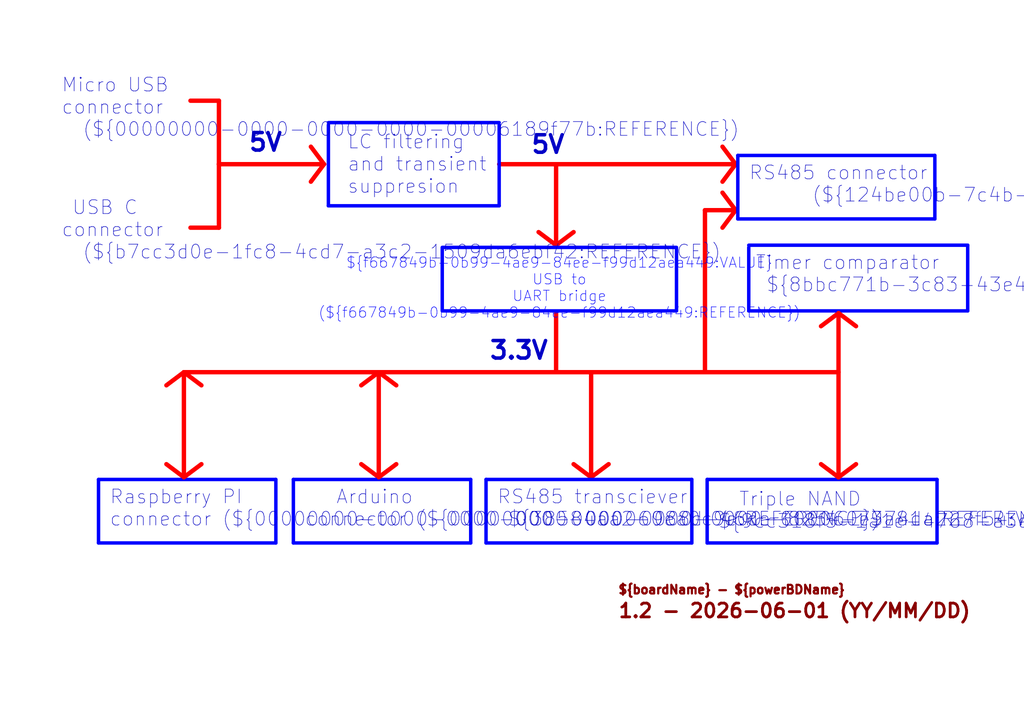
<source format=kicad_sch>
(kicad_sch
	(version 20250114)
	(generator "eeschema")
	(generator_version "9.0")
	(uuid "55f62029-af66-4168-97aa-c791fab7ce0f")
	(paper "A4")
	(title_block
		(title "${boardName} - ${powerBDName}")
		(date "2025-08-16")
		(rev "1.2")
	)
	(lib_symbols)
	(text "5V"
		(exclude_from_sim no)
		(at 71.755 44.45 0)
		(effects
			(font
				(size 5.08 5.08)
				(thickness 1.016)
				(bold yes)
			)
			(justify left bottom)
		)
		(uuid "01bd0fb0-85c4-408a-b875-bf7b3d64975b")
	)
	(text "   Arduino\nconnector (${00000000-0000-0000-0000-000060e9a81a:REFERENCE})"
		(exclude_from_sim no)
		(at 88.265 153.035 0)
		(effects
			(font
				(size 4 4)
			)
			(justify left bottom)
		)
		(uuid "1c632476-dcdc-4881-90b6-ff850f5052c3")
	)
	(text "RS485 connector\n      (${124be00b-7c4b-44a1-ac37-f5e21129a574:REFERENCE})"
		(exclude_from_sim no)
		(at 217.17 59.055 0)
		(effects
			(font
				(size 4 4)
			)
			(justify left bottom)
		)
		(uuid "205cd213-894f-4127-9171-f75a5e5a1436")
	)
	(text "   Triple NAND\n ${9cc318f5-1a1e-4768-a3e4-faa81f67e5b1:VALUE} (${9cc318f5-1a1e-4768-a3e4-faa81f67e5b1:REFERENCE})"
		(exclude_from_sim no)
		(at 205.105 153.67 0)
		(effects
			(font
				(size 4 4)
			)
			(justify left bottom)
		)
		(uuid "39381a60-099d-46ea-9bdc-9fd7b756831a")
	)
	(text "Raspberry PI\nconnector (${00000000-0000-0000-0000-000060ea0c9e:REFERENCE})"
		(exclude_from_sim no)
		(at 31.75 153.035 0)
		(effects
			(font
				(size 4 4)
			)
			(justify left bottom)
		)
		(uuid "4f570829-e0e8-4bac-9c8d-6c05a7cb43db")
	)
	(text "RS485 transciever\n ${38584aa2-988d-46de-8254-7374da227f54:VALUE} (${38584aa2-988d-46de-8254-7374da227f54:REFERENCE})"
		(exclude_from_sim no)
		(at 144.145 153.035 0)
		(effects
			(font
				(size 4 4)
			)
			(justify left bottom)
		)
		(uuid "576acec7-f6b0-4579-afb7-766779c47a4e")
	)
	(text "  LC filtering\n  and transient \n  suppresion"
		(exclude_from_sim no)
		(at 94.615 56.515 0)
		(effects
			(font
				(size 4 4)
			)
			(justify left bottom)
		)
		(uuid "63b2b021-2b26-4ce9-ac72-95826763c85e")
	)
	(text "${REVISION} - ${CURRENT_DATE} (YY/MM/DD)"
		(exclude_from_sim no)
		(at 179.07 179.705 0)
		(effects
			(font
				(size 4 4)
				(thickness 0.8)
				(bold yes)
				(color 132 0 0 1)
			)
			(justify left bottom)
		)
		(uuid "6ff7fa76-116a-47a2-85ab-3789a5f6b718")
	)
	(text " USB C\nconnector\n  (${b7cc3d0e-1fc8-4cd7-a3c2-1509da6ebf42:REFERENCE})"
		(exclude_from_sim no)
		(at 17.78 75.565 0)
		(effects
			(font
				(size 4 4)
			)
			(justify left bottom)
		)
		(uuid "76d987bd-d992-4ef5-a15f-82353a93af41")
	)
	(text "5V"
		(exclude_from_sim no)
		(at 153.67 45.085 0)
		(effects
			(font
				(size 5.08 5.08)
				(thickness 1.016)
				(bold yes)
			)
			(justify left bottom)
		)
		(uuid "86d784be-5e01-4075-96cf-8f1d0d05bd76")
	)
	(text "Timer comparator\n ${8bbc771b-3c83-43e4-9319-f143e5621448:VALUE} (${8bbc771b-3c83-43e4-9319-f143e5621448:REFERENCE})"
		(exclude_from_sim no)
		(at 219.075 85.09 0)
		(effects
			(font
				(size 4 4)
			)
			(justify left bottom)
		)
		(uuid "8edb9323-02ef-40fb-a22e-4f606fef0617")
	)
	(text "${boardName} - ${powerBDName}"
		(exclude_from_sim no)
		(at 179.07 172.72 0)
		(effects
			(font
				(size 2.5 2.5)
				(thickness 0.8)
				(bold yes)
				(color 132 0 0 1)
			)
			(justify left bottom)
		)
		(uuid "98bd5e95-72ef-4c93-bc2c-515ff2cbb4c8")
	)
	(text "Micro USB\nconnector\n  (${00000000-0000-0000-0000-00006189f77b:REFERENCE})"
		(exclude_from_sim no)
		(at 17.78 40.005 0)
		(effects
			(font
				(size 4 4)
			)
			(justify left bottom)
		)
		(uuid "9a374510-5df5-4318-9a9c-3218d90a352c")
	)
	(text "3.3V"
		(exclude_from_sim no)
		(at 141.605 104.775 0)
		(effects
			(font
				(size 5.08 5.08)
				(thickness 1.016)
				(bold yes)
			)
			(justify left bottom)
		)
		(uuid "c1dc95c1-dce5-4cb6-ba5a-98ca22e349e6")
	)
	(text_box " ${f667849b-0b99-4ae9-84ee-f99d12aea449:VALUE} USB to\nUART bridge (${f667849b-0b99-4ae9-84ee-f99d12aea449:REFERENCE})"
		(exclude_from_sim no)
		(at 128.27 71.755 0)
		(size 67.945 18.415)
		(margins 2.75 2.75 2.75 2.75)
		(stroke
			(width 1)
			(type default)
			(color 0 0 255 1)
		)
		(fill
			(type none)
		)
		(effects
			(font
				(size 3 3)
				(color 0 0 255 1)
			)
		)
		(uuid "8ea1679a-0559-4052-9bb0-e3c52c2a1395")
	)
	(polyline
		(pts
			(xy 213.36 60.96) (xy 209.55 66.04)
		)
		(stroke
			(width 1.27)
			(type solid)
			(color 255 0 0 1)
		)
		(uuid "01d451ec-59f2-4c17-a10a-5117ef50e422")
	)
	(polyline
		(pts
			(xy 53.34 107.95) (xy 53.34 138.43)
		)
		(stroke
			(width 1.27)
			(type solid)
			(color 255 0 0 1)
		)
		(uuid "085685c5-6751-4baf-a33a-f879e2e5de99")
	)
	(polyline
		(pts
			(xy 58.42 134.62) (xy 53.34 138.43)
		)
		(stroke
			(width 1.27)
			(type solid)
			(color 255 0 0 1)
		)
		(uuid "0b985733-b8b5-4656-afbf-e9d3a55f400c")
	)
	(polyline
		(pts
			(xy 243.205 90.805) (xy 248.285 94.615)
		)
		(stroke
			(width 1.27)
			(type solid)
			(color 255 0 0 1)
		)
		(uuid "0cdda728-dfa7-48c8-9051-af511b311cfe")
	)
	(polyline
		(pts
			(xy 140.97 139.065) (xy 140.97 157.48)
		)
		(stroke
			(width 1)
			(type solid)
			(color 0 0 255 1)
		)
		(uuid "12fa36bd-3d65-49e2-b46b-d913da3352e6")
	)
	(polyline
		(pts
			(xy 280.67 90.17) (xy 217.17 90.17)
		)
		(stroke
			(width 1)
			(type solid)
			(color 0 0 255 1)
		)
		(uuid "13c05f3e-2f36-402c-b895-0da438eb3a83")
	)
	(polyline
		(pts
			(xy 63.5 66.04) (xy 63.5 47.625)
		)
		(stroke
			(width 1.27)
			(type solid)
			(color 255 0 0 1)
		)
		(uuid "1d0046e2-5d02-42c2-a54e-15153cab3dc2")
	)
	(polyline
		(pts
			(xy 144.78 59.69) (xy 95.25 59.69)
		)
		(stroke
			(width 1)
			(type solid)
			(color 0 0 255 1)
		)
		(uuid "1d2b9cce-d040-43aa-81c9-3ccf0afa02c1")
	)
	(polyline
		(pts
			(xy 271.78 157.48) (xy 205.105 157.48)
		)
		(stroke
			(width 1)
			(type solid)
			(color 0 0 255 1)
		)
		(uuid "22d3de6e-f5fa-49d6-9961-3ba1b07324b6")
	)
	(polyline
		(pts
			(xy 176.53 134.62) (xy 171.45 138.43)
		)
		(stroke
			(width 1.27)
			(type solid)
			(color 255 0 0 1)
		)
		(uuid "248e3f06-ec57-49b5-a9d3-907dc14c8160")
	)
	(polyline
		(pts
			(xy 171.45 138.43) (xy 166.37 134.62)
		)
		(stroke
			(width 1.27)
			(type solid)
			(color 255 0 0 1)
		)
		(uuid "2af7c999-a87e-4f84-8ec2-e537b2e7801c")
	)
	(polyline
		(pts
			(xy 213.995 45.085) (xy 213.995 63.5)
		)
		(stroke
			(width 1)
			(type solid)
			(color 0 0 255 1)
		)
		(uuid "3a10cc6e-fe01-4929-928a-966152fcf890")
	)
	(polyline
		(pts
			(xy 238.125 94.615) (xy 243.205 90.805)
		)
		(stroke
			(width 1.27)
			(type solid)
			(color 255 0 0 1)
		)
		(uuid "3b08d156-8a50-4896-b61c-cb221f062131")
	)
	(polyline
		(pts
			(xy 93.98 47.625) (xy 90.17 52.705)
		)
		(stroke
			(width 1.27)
			(type solid)
			(color 255 0 0 1)
		)
		(uuid "3f93173f-34ab-4df6-95ad-5e4b1ff09b7e")
	)
	(polyline
		(pts
			(xy 217.17 71.755) (xy 217.17 90.17)
		)
		(stroke
			(width 1)
			(type solid)
			(color 0 0 255 1)
		)
		(uuid "3fdf7908-57de-4f75-81b8-bf99290089e2")
	)
	(polyline
		(pts
			(xy 55.245 29.21) (xy 63.5 29.21)
		)
		(stroke
			(width 1.27)
			(type solid)
			(color 255 0 0 1)
		)
		(uuid "43945d55-1504-4220-a699-ea9e25368acd")
	)
	(polyline
		(pts
			(xy 136.525 139.065) (xy 85.09 139.065)
		)
		(stroke
			(width 1)
			(type solid)
			(color 0 0 255 1)
		)
		(uuid "44f717f4-6520-409b-b8ab-6d203b2217a4")
	)
	(polyline
		(pts
			(xy 136.525 157.48) (xy 85.09 157.48)
		)
		(stroke
			(width 1)
			(type solid)
			(color 0 0 255 1)
		)
		(uuid "48ab9f4a-76fa-4eee-aad6-9dc718f3a471")
	)
	(polyline
		(pts
			(xy 80.01 139.065) (xy 80.01 157.48)
		)
		(stroke
			(width 1)
			(type solid)
			(color 0 0 255 1)
		)
		(uuid "4a0c302d-0d7a-43fc-b762-388be0fc7636")
	)
	(polyline
		(pts
			(xy 209.55 42.545) (xy 213.36 47.625)
		)
		(stroke
			(width 1.27)
			(type solid)
			(color 255 0 0 1)
		)
		(uuid "4e0aa253-b5e7-441f-9e58-bd323d5d9fa8")
	)
	(polyline
		(pts
			(xy 166.37 67.31) (xy 161.29 71.12)
		)
		(stroke
			(width 1.27)
			(type solid)
			(color 255 0 0 1)
		)
		(uuid "4e599289-9966-4b0b-b915-9932b4bb396a")
	)
	(polyline
		(pts
			(xy 95.25 35.56) (xy 144.78 35.56)
		)
		(stroke
			(width 1)
			(type solid)
			(color 0 0 255 1)
		)
		(uuid "5cf75a6f-3b85-4ae2-8626-a7135c3defca")
	)
	(polyline
		(pts
			(xy 200.66 139.065) (xy 140.97 139.065)
		)
		(stroke
			(width 1)
			(type solid)
			(color 0 0 255 1)
		)
		(uuid "5d136e0e-407d-45f8-9954-62f5a82c9e6c")
	)
	(polyline
		(pts
			(xy 280.67 71.12) (xy 217.17 71.12)
		)
		(stroke
			(width 1)
			(type solid)
			(color 0 0 255 1)
		)
		(uuid "5d6ffbe3-a7ce-4a1e-8cd1-1a9e42bbbf92")
	)
	(polyline
		(pts
			(xy 114.935 134.62) (xy 109.855 138.43)
		)
		(stroke
			(width 1.27)
			(type solid)
			(color 255 0 0 1)
		)
		(uuid "5dba3759-edcc-4fc0-ae3d-511a20ae78c7")
	)
	(polyline
		(pts
			(xy 213.995 45.085) (xy 271.145 45.085)
		)
		(stroke
			(width 1)
			(type solid)
			(color 0 0 255 1)
		)
		(uuid "642e0805-f35d-4a57-b52f-dc347db87995")
	)
	(polyline
		(pts
			(xy 109.855 107.95) (xy 109.855 138.43)
		)
		(stroke
			(width 1.27)
			(type solid)
			(color 255 0 0 1)
		)
		(uuid "68466fbd-4435-4ba0-8614-5e5753c2829e")
	)
	(polyline
		(pts
			(xy 90.17 42.545) (xy 93.98 47.625)
		)
		(stroke
			(width 1.27)
			(type solid)
			(color 255 0 0 1)
		)
		(uuid "692f40b7-3958-4f12-ae26-34811888a63c")
	)
	(polyline
		(pts
			(xy 248.285 134.62) (xy 243.205 138.43)
		)
		(stroke
			(width 1.27)
			(type solid)
			(color 255 0 0 1)
		)
		(uuid "6b56cb8e-cc4b-4db0-93a7-5fce37de6850")
	)
	(polyline
		(pts
			(xy 48.26 111.76) (xy 53.34 107.95)
		)
		(stroke
			(width 1.27)
			(type solid)
			(color 255 0 0 1)
		)
		(uuid "6f080e9f-d800-424e-adae-ada67fd38ecc")
	)
	(polyline
		(pts
			(xy 205.105 139.065) (xy 205.105 157.48)
		)
		(stroke
			(width 1)
			(type solid)
			(color 0 0 255 1)
		)
		(uuid "70d83da3-7fa4-472a-bbd3-3d19ca987773")
	)
	(polyline
		(pts
			(xy 161.29 47.625) (xy 161.29 71.12)
		)
		(stroke
			(width 1.27)
			(type solid)
			(color 255 0 0 1)
		)
		(uuid "71acf259-ba66-4572-8bb4-f4bc4e190546")
	)
	(polyline
		(pts
			(xy 104.775 111.76) (xy 109.855 107.95)
		)
		(stroke
			(width 1.27)
			(type solid)
			(color 255 0 0 1)
		)
		(uuid "74144170-141e-420d-b176-1140fb597374")
	)
	(polyline
		(pts
			(xy 53.34 138.43) (xy 48.26 134.62)
		)
		(stroke
			(width 1.27)
			(type solid)
			(color 255 0 0 1)
		)
		(uuid "75a252a4-f45d-4491-94cb-2160d96e03dc")
	)
	(polyline
		(pts
			(xy 209.55 55.88) (xy 213.36 60.96)
		)
		(stroke
			(width 1.27)
			(type solid)
			(color 255 0 0 1)
		)
		(uuid "796137af-e865-40cf-85ae-cb9be82a27d7")
	)
	(polyline
		(pts
			(xy 109.855 138.43) (xy 104.775 134.62)
		)
		(stroke
			(width 1.27)
			(type solid)
			(color 255 0 0 1)
		)
		(uuid "81ede48f-1f96-4172-89de-7b521308a5bd")
	)
	(polyline
		(pts
			(xy 63.5 29.21) (xy 63.5 47.625)
		)
		(stroke
			(width 1.27)
			(type solid)
			(color 255 0 0 1)
		)
		(uuid "902ee363-eb20-4aa5-a83a-df1afab3ffa6")
	)
	(polyline
		(pts
			(xy 63.5 66.04) (xy 55.245 66.04)
		)
		(stroke
			(width 1.27)
			(type solid)
			(color 255 0 0 1)
		)
		(uuid "924546f4-85dc-427e-85d0-dfb3f21de950")
	)
	(polyline
		(pts
			(xy 53.34 107.95) (xy 243.205 107.95)
		)
		(stroke
			(width 1.27)
			(type solid)
			(color 255 0 0 1)
		)
		(uuid "99af056a-10b4-4ac3-80a5-efad848b0c99")
	)
	(polyline
		(pts
			(xy 109.855 107.95) (xy 114.935 111.76)
		)
		(stroke
			(width 1.27)
			(type solid)
			(color 255 0 0 1)
		)
		(uuid "9a0e9735-dc0f-48c3-a3e4-09bcf042562b")
	)
	(polyline
		(pts
			(xy 28.575 139.065) (xy 28.575 157.48)
		)
		(stroke
			(width 1)
			(type solid)
			(color 0 0 255 1)
		)
		(uuid "9d207e1f-d3b3-4cfc-8922-ae388d4dcb19")
	)
	(polyline
		(pts
			(xy 271.145 63.5) (xy 213.995 63.5)
		)
		(stroke
			(width 1)
			(type solid)
			(color 0 0 255 1)
		)
		(uuid "a27a7218-93cc-4e18-a4c3-b1b33b2c8e52")
	)
	(polyline
		(pts
			(xy 85.09 139.065) (xy 85.09 157.48)
		)
		(stroke
			(width 1)
			(type solid)
			(color 0 0 255 1)
		)
		(uuid "a7c8b6ec-6cea-4532-96a2-c901756b5450")
	)
	(polyline
		(pts
			(xy 271.145 45.085) (xy 271.145 63.5)
		)
		(stroke
			(width 1)
			(type solid)
			(color 0 0 255 1)
		)
		(uuid "ad77adca-585d-4953-baeb-ecb8caa0f606")
	)
	(polyline
		(pts
			(xy 271.78 139.065) (xy 271.78 157.48)
		)
		(stroke
			(width 1)
			(type solid)
			(color 0 0 255 1)
		)
		(uuid "b04ddda1-0888-4bd2-9bc0-40171474a73e")
	)
	(polyline
		(pts
			(xy 53.34 107.95) (xy 58.42 111.76)
		)
		(stroke
			(width 1.27)
			(type solid)
			(color 255 0 0 1)
		)
		(uuid "b0c4ede3-674d-4c78-be34-0dea2821fb3d")
	)
	(polyline
		(pts
			(xy 271.78 139.065) (xy 205.105 139.065)
		)
		(stroke
			(width 1)
			(type solid)
			(color 0 0 255 1)
		)
		(uuid "b4c11f9b-bf3f-4d58-ba78-8f726ad54552")
	)
	(polyline
		(pts
			(xy 80.01 157.48) (xy 28.575 157.48)
		)
		(stroke
			(width 1)
			(type solid)
			(color 0 0 255 1)
		)
		(uuid "ba435a38-338f-4480-b995-80ae8e774fbc")
	)
	(polyline
		(pts
			(xy 171.45 107.95) (xy 171.45 138.43)
		)
		(stroke
			(width 1.27)
			(type solid)
			(color 255 0 0 1)
		)
		(uuid "bef190c3-62cf-4e40-b4ea-2ed4d0642934")
	)
	(polyline
		(pts
			(xy 200.66 139.065) (xy 200.66 157.48)
		)
		(stroke
			(width 1)
			(type solid)
			(color 0 0 255 1)
		)
		(uuid "c0fd611c-d49d-4d6b-b8f1-040c2b79dc01")
	)
	(polyline
		(pts
			(xy 213.36 47.625) (xy 209.55 52.705)
		)
		(stroke
			(width 1.27)
			(type solid)
			(color 255 0 0 1)
		)
		(uuid "c2ebf401-2f69-4b6c-b20d-52308d208d89")
	)
	(polyline
		(pts
			(xy 280.67 71.12) (xy 280.67 90.17)
		)
		(stroke
			(width 1)
			(type solid)
			(color 0 0 255 1)
		)
		(uuid "cbcfcde7-e817-4502-9560-18b4c6934a70")
	)
	(polyline
		(pts
			(xy 204.47 60.96) (xy 212.725 60.96)
		)
		(stroke
			(width 1.27)
			(type solid)
			(color 255 0 0 1)
		)
		(uuid "d88f5348-c22f-4326-8c4e-ab4bfb7ee7a9")
	)
	(polyline
		(pts
			(xy 144.78 47.625) (xy 212.725 47.625)
		)
		(stroke
			(width 1.27)
			(type solid)
			(color 255 0 0 1)
		)
		(uuid "d8a8e939-f191-4b22-a98c-8bf54d8622ba")
	)
	(polyline
		(pts
			(xy 243.205 90.805) (xy 243.205 138.43)
		)
		(stroke
			(width 1.27)
			(type solid)
			(color 255 0 0 1)
		)
		(uuid "da65627a-165b-4042-ae59-23a11efa84de")
	)
	(polyline
		(pts
			(xy 144.78 36.195) (xy 144.78 59.69)
		)
		(stroke
			(width 1)
			(type solid)
			(color 0 0 255 1)
		)
		(uuid "db8567cb-8f48-4bd0-af4d-2ae890a432a3")
	)
	(polyline
		(pts
			(xy 161.29 71.12) (xy 156.21 67.31)
		)
		(stroke
			(width 1.27)
			(type solid)
			(color 255 0 0 1)
		)
		(uuid "dc8490a0-d701-4c34-ac2e-5cec9693590e")
	)
	(polyline
		(pts
			(xy 80.01 139.065) (xy 28.575 139.065)
		)
		(stroke
			(width 1)
			(type solid)
			(color 0 0 255 1)
		)
		(uuid "e0653468-32ea-445a-960c-52d2cf4fd3cd")
	)
	(polyline
		(pts
			(xy 161.29 90.805) (xy 161.29 107.315)
		)
		(stroke
			(width 1.27)
			(type solid)
			(color 255 0 0 1)
		)
		(uuid "e2bd1a1f-29fb-4dda-8c23-09a672acce76")
	)
	(polyline
		(pts
			(xy 136.525 139.065) (xy 136.525 157.48)
		)
		(stroke
			(width 1)
			(type solid)
			(color 0 0 255 1)
		)
		(uuid "e5946e52-7ffb-419c-b498-1bb6e567cc84")
	)
	(polyline
		(pts
			(xy 204.47 107.315) (xy 204.47 60.96)
		)
		(stroke
			(width 1.27)
			(type solid)
			(color 255 0 0 1)
		)
		(uuid "e8e03390-ca44-4274-a26b-0d1bd27e22e6")
	)
	(polyline
		(pts
			(xy 243.205 138.43) (xy 238.125 134.62)
		)
		(stroke
			(width 1.27)
			(type solid)
			(color 255 0 0 1)
		)
		(uuid "eb12e2ee-ebab-4fd4-99f6-83c7f8d224ec")
	)
	(polyline
		(pts
			(xy 63.5 47.625) (xy 93.98 47.625)
		)
		(stroke
			(width 1.27)
			(type solid)
			(color 255 0 0 1)
		)
		(uuid "ebb9d6f3-11f5-4d82-8714-44e09b230d82")
	)
	(polyline
		(pts
			(xy 200.66 157.48) (xy 140.97 157.48)
		)
		(stroke
			(width 1)
			(type solid)
			(color 0 0 255 1)
		)
		(uuid "f3213b18-753f-48b6-ac05-884685c36f42")
	)
	(polyline
		(pts
			(xy 95.25 36.195) (xy 95.25 59.69)
		)
		(stroke
			(width 1)
			(type solid)
			(color 0 0 255 1)
		)
		(uuid "fd160541-75e8-46b5-a6f2-b98d6b30924a")
	)
)

</source>
